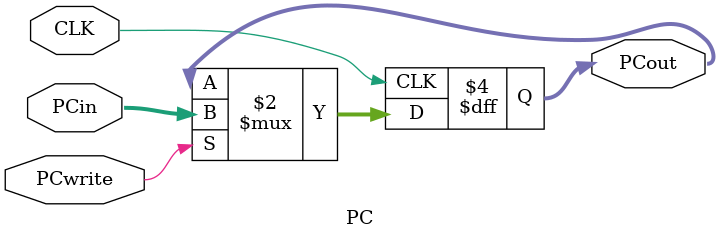
<source format=v>
module PC (
    input CLK,
    input [7:0] PCin,
    input PCwrite,
    output reg [7:0] PCout
    );

    always @(posedge CLK) begin
        if (PCwrite) begin
            PCout <= PCin;
        end
    end

endmodule
</source>
